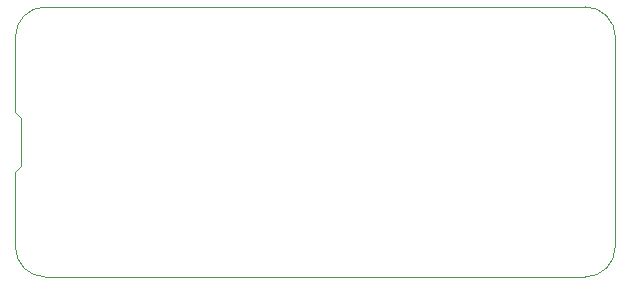
<source format=gm1>
G04 #@! TF.GenerationSoftware,KiCad,Pcbnew,(5.1.9)-1*
G04 #@! TF.CreationDate,2021-04-27T18:11:47+02:00*
G04 #@! TF.ProjectId,ADS1299Wing,41445331-3239-4395-9769-6e672e6b6963,rev?*
G04 #@! TF.SameCoordinates,Original*
G04 #@! TF.FileFunction,Profile,NP*
%FSLAX46Y46*%
G04 Gerber Fmt 4.6, Leading zero omitted, Abs format (unit mm)*
G04 Created by KiCad (PCBNEW (5.1.9)-1) date 2021-04-27 18:11:47*
%MOMM*%
%LPD*%
G01*
G04 APERTURE LIST*
G04 #@! TA.AperFunction,Profile*
%ADD10C,0.050000*%
G04 #@! TD*
G04 APERTURE END LIST*
D10*
X125641100Y-116433600D02*
G75*
G02*
X123101100Y-113893600I0J2540000D01*
G01*
X123101100Y-96113600D02*
G75*
G02*
X125641100Y-93573600I2540000J0D01*
G01*
X171361100Y-93573600D02*
X125641100Y-93573600D01*
X171361100Y-93573600D02*
G75*
G02*
X173901100Y-96113600I0J-2540000D01*
G01*
X125641100Y-116433600D02*
X171361100Y-116433600D01*
X173901100Y-113893600D02*
X173901100Y-96113600D01*
X173901100Y-113893600D02*
G75*
G02*
X171361100Y-116433600I-2540000J0D01*
G01*
X123101100Y-107543600D02*
X123101100Y-113893600D01*
X123609100Y-107035600D02*
X123101100Y-107543600D01*
X123609100Y-102971600D02*
X123609100Y-107035600D01*
X123101100Y-102463600D02*
X123609100Y-102971600D01*
X123101100Y-96113600D02*
X123101100Y-102463600D01*
M02*

</source>
